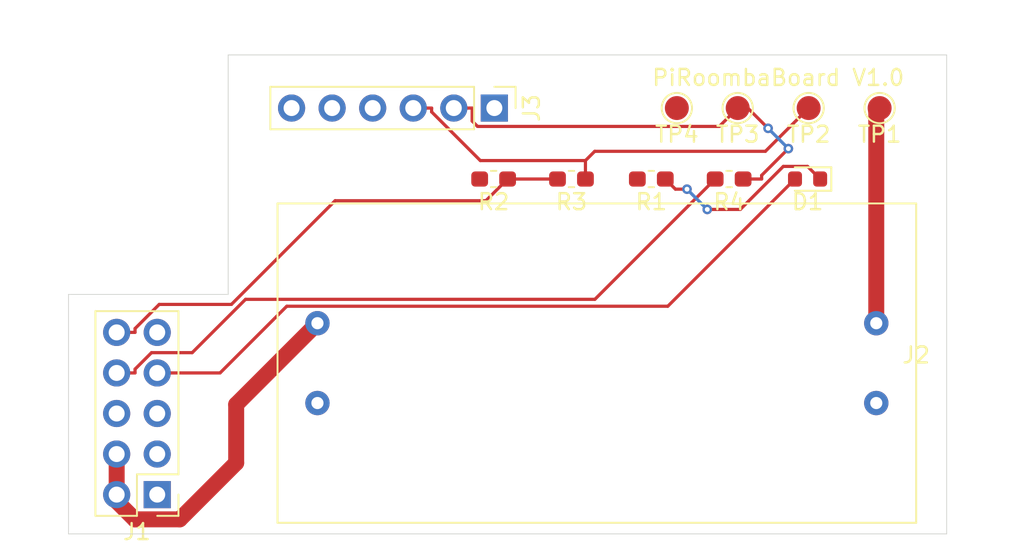
<source format=kicad_pcb>
(kicad_pcb (version 20171130) (host pcbnew "(5.1.4-0)")

  (general
    (thickness 1.6)
    (drawings 7)
    (tracks 58)
    (zones 0)
    (modules 12)
    (nets 16)
  )

  (page A4)
  (title_block
    (title PiRoombaBoard)
    (rev 1)
  )

  (layers
    (0 F.Cu signal)
    (31 B.Cu signal)
    (32 B.Adhes user)
    (33 F.Adhes user)
    (34 B.Paste user)
    (35 F.Paste user)
    (36 B.SilkS user)
    (37 F.SilkS user)
    (38 B.Mask user)
    (39 F.Mask user)
    (40 Dwgs.User user)
    (41 Cmts.User user)
    (42 Eco1.User user)
    (43 Eco2.User user)
    (44 Edge.Cuts user)
    (45 Margin user)
    (46 B.CrtYd user)
    (47 F.CrtYd user)
    (48 B.Fab user)
    (49 F.Fab user)
  )

  (setup
    (last_trace_width 0.4)
    (user_trace_width 0.2)
    (user_trace_width 0.4)
    (user_trace_width 0.6)
    (user_trace_width 0.8)
    (user_trace_width 1)
    (user_trace_width 1.2)
    (user_trace_width 1.6)
    (user_trace_width 2)
    (trace_clearance 0.2)
    (zone_clearance 0.35)
    (zone_45_only no)
    (trace_min 0.1524)
    (via_size 0.6)
    (via_drill 0.3)
    (via_min_size 0.5)
    (via_min_drill 0.2)
    (user_via 0.9 0.5)
    (user_via 1.2 0.8)
    (user_via 1.4 0.9)
    (user_via 1.5 1)
    (uvia_size 0.3)
    (uvia_drill 0.1)
    (uvias_allowed no)
    (uvia_min_size 0.2)
    (uvia_min_drill 0.1)
    (edge_width 0.05)
    (segment_width 0.2)
    (pcb_text_width 0.3)
    (pcb_text_size 1.5 1.5)
    (mod_edge_width 0.12)
    (mod_text_size 1 1)
    (mod_text_width 0.15)
    (pad_size 1.524 1.524)
    (pad_drill 0.762)
    (pad_to_mask_clearance 0.051)
    (solder_mask_min_width 0.25)
    (aux_axis_origin 50.8 152.4)
    (grid_origin 50.8 152.4)
    (visible_elements FFFDFF7F)
    (pcbplotparams
      (layerselection 0x010fc_ffffffff)
      (usegerberextensions false)
      (usegerberattributes false)
      (usegerberadvancedattributes false)
      (creategerberjobfile false)
      (excludeedgelayer true)
      (linewidth 0.100000)
      (plotframeref false)
      (viasonmask false)
      (mode 1)
      (useauxorigin false)
      (hpglpennumber 1)
      (hpglpenspeed 20)
      (hpglpendiameter 15.000000)
      (psnegative false)
      (psa4output false)
      (plotreference true)
      (plotvalue true)
      (plotinvisibletext false)
      (padsonsilk false)
      (subtractmaskfromsilk false)
      (outputformat 1)
      (mirror false)
      (drillshape 1)
      (scaleselection 1)
      (outputdirectory ""))
  )

  (net 0 "")
  (net 1 "Net-(D1-Pad1)")
  (net 2 "Net-(D1-Pad2)")
  (net 3 GND)
  (net 4 "Net-(J2-Pad2)")
  (net 5 "Net-(J3-Pad1)")
  (net 6 "Net-(J3-Pad2)")
  (net 7 "Net-(J3-Pad3)")
  (net 8 "Net-(J3-Pad4)")
  (net 9 "Net-(J3-Pad5)")
  (net 10 +5V)
  (net 11 "Net-(J1-Pad1)")
  (net 12 "Net-(J1-Pad3)")
  (net 13 "Net-(J1-Pad5)")
  (net 14 "Net-(J1-Pad8)")
  (net 15 "Net-(J1-Pad10)")

  (net_class Default "これはデフォルトのネット クラスです。"
    (clearance 0.2)
    (trace_width 0.2)
    (via_dia 0.6)
    (via_drill 0.3)
    (uvia_dia 0.3)
    (uvia_drill 0.1)
    (add_net +5V)
    (add_net GND)
    (add_net "Net-(D1-Pad1)")
    (add_net "Net-(D1-Pad2)")
    (add_net "Net-(J1-Pad1)")
    (add_net "Net-(J1-Pad10)")
    (add_net "Net-(J1-Pad3)")
    (add_net "Net-(J1-Pad5)")
    (add_net "Net-(J1-Pad8)")
    (add_net "Net-(J2-Pad2)")
    (add_net "Net-(J3-Pad1)")
    (add_net "Net-(J3-Pad2)")
    (add_net "Net-(J3-Pad3)")
    (add_net "Net-(J3-Pad4)")
    (add_net "Net-(J3-Pad5)")
  )

  (module LED_SMD:LED_0603_1608Metric (layer F.Cu) (tedit 5B301BBE) (tstamp 5D895CFF)
    (at 97.0875 130.175 180)
    (descr "LED SMD 0603 (1608 Metric), square (rectangular) end terminal, IPC_7351 nominal, (Body size source: http://www.tortai-tech.com/upload/download/2011102023233369053.pdf), generated with kicad-footprint-generator")
    (tags diode)
    (path /5D86E3A6)
    (attr smd)
    (fp_text reference D1 (at 0 -1.43) (layer F.SilkS)
      (effects (font (size 1 1) (thickness 0.15)))
    )
    (fp_text value OSHR1608C1A (at 0 1.43) (layer F.Fab)
      (effects (font (size 1 1) (thickness 0.15)))
    )
    (fp_line (start 0.8 -0.4) (end -0.5 -0.4) (layer F.Fab) (width 0.1))
    (fp_line (start -0.5 -0.4) (end -0.8 -0.1) (layer F.Fab) (width 0.1))
    (fp_line (start -0.8 -0.1) (end -0.8 0.4) (layer F.Fab) (width 0.1))
    (fp_line (start -0.8 0.4) (end 0.8 0.4) (layer F.Fab) (width 0.1))
    (fp_line (start 0.8 0.4) (end 0.8 -0.4) (layer F.Fab) (width 0.1))
    (fp_line (start 0.8 -0.735) (end -1.485 -0.735) (layer F.SilkS) (width 0.12))
    (fp_line (start -1.485 -0.735) (end -1.485 0.735) (layer F.SilkS) (width 0.12))
    (fp_line (start -1.485 0.735) (end 0.8 0.735) (layer F.SilkS) (width 0.12))
    (fp_line (start -1.48 0.73) (end -1.48 -0.73) (layer F.CrtYd) (width 0.05))
    (fp_line (start -1.48 -0.73) (end 1.48 -0.73) (layer F.CrtYd) (width 0.05))
    (fp_line (start 1.48 -0.73) (end 1.48 0.73) (layer F.CrtYd) (width 0.05))
    (fp_line (start 1.48 0.73) (end -1.48 0.73) (layer F.CrtYd) (width 0.05))
    (fp_text user %R (at 0 0) (layer F.Fab)
      (effects (font (size 0.4 0.4) (thickness 0.06)))
    )
    (pad 1 smd roundrect (at -0.7875 0 180) (size 0.875 0.95) (layers F.Cu F.Paste F.Mask) (roundrect_rratio 0.25)
      (net 1 "Net-(D1-Pad1)"))
    (pad 2 smd roundrect (at 0.7875 0 180) (size 0.875 0.95) (layers F.Cu F.Paste F.Mask) (roundrect_rratio 0.25)
      (net 2 "Net-(D1-Pad2)"))
    (model ${KISYS3DMOD}/LED_SMD.3dshapes/LED_0603_1608Metric.wrl
      (at (xyz 0 0 0))
      (scale (xyz 1 1 1))
      (rotate (xyz 0 0 0))
    )
  )

  (module Connector_PinHeader_2.54mm:PinHeader_2x05_P2.54mm_Vertical (layer F.Cu) (tedit 59FED5CC) (tstamp 5D895D1F)
    (at 56.355 149.94 180)
    (descr "Through hole straight pin header, 2x05, 2.54mm pitch, double rows")
    (tags "Through hole pin header THT 2x05 2.54mm double row")
    (path /5D885C18)
    (fp_text reference J1 (at 1.27 -2.33) (layer F.SilkS)
      (effects (font (size 1 1) (thickness 0.15)))
    )
    (fp_text value Conn_02x05_Odd_Even (at 1.27 12.49) (layer F.Fab)
      (effects (font (size 1 1) (thickness 0.15)))
    )
    (fp_line (start 0 -1.27) (end 3.81 -1.27) (layer F.Fab) (width 0.1))
    (fp_line (start 3.81 -1.27) (end 3.81 11.43) (layer F.Fab) (width 0.1))
    (fp_line (start 3.81 11.43) (end -1.27 11.43) (layer F.Fab) (width 0.1))
    (fp_line (start -1.27 11.43) (end -1.27 0) (layer F.Fab) (width 0.1))
    (fp_line (start -1.27 0) (end 0 -1.27) (layer F.Fab) (width 0.1))
    (fp_line (start -1.33 11.49) (end 3.87 11.49) (layer F.SilkS) (width 0.12))
    (fp_line (start -1.33 1.27) (end -1.33 11.49) (layer F.SilkS) (width 0.12))
    (fp_line (start 3.87 -1.33) (end 3.87 11.49) (layer F.SilkS) (width 0.12))
    (fp_line (start -1.33 1.27) (end 1.27 1.27) (layer F.SilkS) (width 0.12))
    (fp_line (start 1.27 1.27) (end 1.27 -1.33) (layer F.SilkS) (width 0.12))
    (fp_line (start 1.27 -1.33) (end 3.87 -1.33) (layer F.SilkS) (width 0.12))
    (fp_line (start -1.33 0) (end -1.33 -1.33) (layer F.SilkS) (width 0.12))
    (fp_line (start -1.33 -1.33) (end 0 -1.33) (layer F.SilkS) (width 0.12))
    (fp_line (start -1.8 -1.8) (end -1.8 11.95) (layer F.CrtYd) (width 0.05))
    (fp_line (start -1.8 11.95) (end 4.35 11.95) (layer F.CrtYd) (width 0.05))
    (fp_line (start 4.35 11.95) (end 4.35 -1.8) (layer F.CrtYd) (width 0.05))
    (fp_line (start 4.35 -1.8) (end -1.8 -1.8) (layer F.CrtYd) (width 0.05))
    (fp_text user %R (at 1.27 5.08 90) (layer F.Fab)
      (effects (font (size 1 1) (thickness 0.15)))
    )
    (pad 1 thru_hole rect (at 0 0 180) (size 1.7 1.7) (drill 1) (layers *.Cu *.Mask)
      (net 11 "Net-(J1-Pad1)"))
    (pad 2 thru_hole oval (at 2.54 0 180) (size 1.7 1.7) (drill 1) (layers *.Cu *.Mask)
      (net 10 +5V))
    (pad 3 thru_hole oval (at 0 2.54 180) (size 1.7 1.7) (drill 1) (layers *.Cu *.Mask)
      (net 12 "Net-(J1-Pad3)"))
    (pad 4 thru_hole oval (at 2.54 2.54 180) (size 1.7 1.7) (drill 1) (layers *.Cu *.Mask)
      (net 10 +5V))
    (pad 5 thru_hole oval (at 0 5.08 180) (size 1.7 1.7) (drill 1) (layers *.Cu *.Mask)
      (net 13 "Net-(J1-Pad5)"))
    (pad 6 thru_hole oval (at 2.54 5.08 180) (size 1.7 1.7) (drill 1) (layers *.Cu *.Mask)
      (net 3 GND))
    (pad 7 thru_hole oval (at 0 7.62 180) (size 1.7 1.7) (drill 1) (layers *.Cu *.Mask)
      (net 2 "Net-(D1-Pad2)"))
    (pad 8 thru_hole oval (at 2.54 7.62 180) (size 1.7 1.7) (drill 1) (layers *.Cu *.Mask)
      (net 14 "Net-(J1-Pad8)"))
    (pad 9 thru_hole oval (at 0 10.16 180) (size 1.7 1.7) (drill 1) (layers *.Cu *.Mask)
      (net 3 GND))
    (pad 10 thru_hole oval (at 2.54 10.16 180) (size 1.7 1.7) (drill 1) (layers *.Cu *.Mask)
      (net 15 "Net-(J1-Pad10)"))
    (model ${KISYS3DMOD}/Connector_PinHeader_2.54mm.3dshapes/PinHeader_2x05_P2.54mm_Vertical.wrl
      (at (xyz 0 0 0))
      (scale (xyz 1 1 1))
      (rotate (xyz 0 0 0))
    )
  )

  (module Connector_Pin:Pololu_D24V90F5 (layer F.Cu) (tedit 5D83AD10) (tstamp 5D895D2B)
    (at 103.89 141.705 180)
    (path /5D8328B2)
    (fp_text reference J2 (at 0 0.5) (layer F.SilkS)
      (effects (font (size 1 1) (thickness 0.15)))
    )
    (fp_text value Conn_01x04_Male (at 0 -0.5) (layer F.Fab)
      (effects (font (size 1 1) (thickness 0.15)))
    )
    (fp_line (start 0 -10) (end 0 10) (layer F.SilkS) (width 0.12))
    (fp_line (start 0 10) (end 40 10) (layer F.SilkS) (width 0.12))
    (fp_line (start 40 10) (end 40 -10) (layer F.SilkS) (width 0.12))
    (fp_line (start 40 -10) (end 0 -10) (layer F.SilkS) (width 0.12))
    (pad 1 thru_hole circle (at 2.5 -2.5 180) (size 1.524 1.524) (drill 0.762) (layers *.Cu *.Mask)
      (net 3 GND))
    (pad 2 thru_hole circle (at 2.5 2.5 180) (size 1.524 1.524) (drill 0.762) (layers *.Cu *.Mask)
      (net 4 "Net-(J2-Pad2)"))
    (pad 3 thru_hole circle (at 37.5 -2.5 180) (size 1.524 1.524) (drill 0.762) (layers *.Cu *.Mask)
      (net 3 GND))
    (pad 4 thru_hole circle (at 37.5 2.5 180) (size 1.524 1.524) (drill 0.762) (layers *.Cu *.Mask)
      (net 10 +5V))
  )

  (module Connector_PinHeader_2.54mm:PinHeader_1x06_P2.54mm_Vertical (layer F.Cu) (tedit 59FED5CC) (tstamp 5D895D45)
    (at 77.47 125.73 270)
    (descr "Through hole straight pin header, 1x06, 2.54mm pitch, single row")
    (tags "Through hole pin header THT 1x06 2.54mm single row")
    (path /5D829D90)
    (fp_text reference J3 (at 0 -2.33 90) (layer F.SilkS)
      (effects (font (size 1 1) (thickness 0.15)))
    )
    (fp_text value Conn_01x06_Male (at 0 15.03 90) (layer F.Fab)
      (effects (font (size 1 1) (thickness 0.15)))
    )
    (fp_line (start -0.635 -1.27) (end 1.27 -1.27) (layer F.Fab) (width 0.1))
    (fp_line (start 1.27 -1.27) (end 1.27 13.97) (layer F.Fab) (width 0.1))
    (fp_line (start 1.27 13.97) (end -1.27 13.97) (layer F.Fab) (width 0.1))
    (fp_line (start -1.27 13.97) (end -1.27 -0.635) (layer F.Fab) (width 0.1))
    (fp_line (start -1.27 -0.635) (end -0.635 -1.27) (layer F.Fab) (width 0.1))
    (fp_line (start -1.33 14.03) (end 1.33 14.03) (layer F.SilkS) (width 0.12))
    (fp_line (start -1.33 1.27) (end -1.33 14.03) (layer F.SilkS) (width 0.12))
    (fp_line (start 1.33 1.27) (end 1.33 14.03) (layer F.SilkS) (width 0.12))
    (fp_line (start -1.33 1.27) (end 1.33 1.27) (layer F.SilkS) (width 0.12))
    (fp_line (start -1.33 0) (end -1.33 -1.33) (layer F.SilkS) (width 0.12))
    (fp_line (start -1.33 -1.33) (end 0 -1.33) (layer F.SilkS) (width 0.12))
    (fp_line (start -1.8 -1.8) (end -1.8 14.5) (layer F.CrtYd) (width 0.05))
    (fp_line (start -1.8 14.5) (end 1.8 14.5) (layer F.CrtYd) (width 0.05))
    (fp_line (start 1.8 14.5) (end 1.8 -1.8) (layer F.CrtYd) (width 0.05))
    (fp_line (start 1.8 -1.8) (end -1.8 -1.8) (layer F.CrtYd) (width 0.05))
    (fp_text user %R (at 0 6.35) (layer F.Fab)
      (effects (font (size 1 1) (thickness 0.15)))
    )
    (pad 1 thru_hole rect (at 0 0 270) (size 1.7 1.7) (drill 1) (layers *.Cu *.Mask)
      (net 5 "Net-(J3-Pad1)"))
    (pad 2 thru_hole oval (at 0 2.54 270) (size 1.7 1.7) (drill 1) (layers *.Cu *.Mask)
      (net 6 "Net-(J3-Pad2)"))
    (pad 3 thru_hole oval (at 0 5.08 270) (size 1.7 1.7) (drill 1) (layers *.Cu *.Mask)
      (net 7 "Net-(J3-Pad3)"))
    (pad 4 thru_hole oval (at 0 7.62 270) (size 1.7 1.7) (drill 1) (layers *.Cu *.Mask)
      (net 8 "Net-(J3-Pad4)"))
    (pad 5 thru_hole oval (at 0 10.16 270) (size 1.7 1.7) (drill 1) (layers *.Cu *.Mask)
      (net 9 "Net-(J3-Pad5)"))
    (pad 6 thru_hole oval (at 0 12.7 270) (size 1.7 1.7) (drill 1) (layers *.Cu *.Mask)
      (net 3 GND))
    (model ${KISYS3DMOD}/Connector_PinHeader_2.54mm.3dshapes/PinHeader_1x06_P2.54mm_Vertical.wrl
      (at (xyz 0 0 0))
      (scale (xyz 1 1 1))
      (rotate (xyz 0 0 0))
    )
  )

  (module Resistor_SMD:R_0603_1608Metric_Pad1.05x0.95mm_HandSolder (layer F.Cu) (tedit 5B301BBD) (tstamp 5D895D56)
    (at 87.3 130.175 180)
    (descr "Resistor SMD 0603 (1608 Metric), square (rectangular) end terminal, IPC_7351 nominal with elongated pad for handsoldering. (Body size source: http://www.tortai-tech.com/upload/download/2011102023233369053.pdf), generated with kicad-footprint-generator")
    (tags "resistor handsolder")
    (path /5D86DD10)
    (attr smd)
    (fp_text reference R1 (at 0 -1.43) (layer F.SilkS)
      (effects (font (size 1 1) (thickness 0.15)))
    )
    (fp_text value 220 (at 0 1.43) (layer F.Fab)
      (effects (font (size 1 1) (thickness 0.15)))
    )
    (fp_text user %R (at 0 0) (layer F.Fab)
      (effects (font (size 0.4 0.4) (thickness 0.06)))
    )
    (fp_line (start 1.65 0.73) (end -1.65 0.73) (layer F.CrtYd) (width 0.05))
    (fp_line (start 1.65 -0.73) (end 1.65 0.73) (layer F.CrtYd) (width 0.05))
    (fp_line (start -1.65 -0.73) (end 1.65 -0.73) (layer F.CrtYd) (width 0.05))
    (fp_line (start -1.65 0.73) (end -1.65 -0.73) (layer F.CrtYd) (width 0.05))
    (fp_line (start -0.171267 0.51) (end 0.171267 0.51) (layer F.SilkS) (width 0.12))
    (fp_line (start -0.171267 -0.51) (end 0.171267 -0.51) (layer F.SilkS) (width 0.12))
    (fp_line (start 0.8 0.4) (end -0.8 0.4) (layer F.Fab) (width 0.1))
    (fp_line (start 0.8 -0.4) (end 0.8 0.4) (layer F.Fab) (width 0.1))
    (fp_line (start -0.8 -0.4) (end 0.8 -0.4) (layer F.Fab) (width 0.1))
    (fp_line (start -0.8 0.4) (end -0.8 -0.4) (layer F.Fab) (width 0.1))
    (pad 2 smd roundrect (at 0.875 0 180) (size 1.05 0.95) (layers F.Cu F.Paste F.Mask) (roundrect_rratio 0.25)
      (net 3 GND))
    (pad 1 smd roundrect (at -0.875 0 180) (size 1.05 0.95) (layers F.Cu F.Paste F.Mask) (roundrect_rratio 0.25)
      (net 1 "Net-(D1-Pad1)"))
    (model ${KISYS3DMOD}/Resistor_SMD.3dshapes/R_0603_1608Metric.wrl
      (at (xyz 0 0 0))
      (scale (xyz 1 1 1))
      (rotate (xyz 0 0 0))
    )
  )

  (module Resistor_SMD:R_0603_1608Metric_Pad1.05x0.95mm_HandSolder (layer F.Cu) (tedit 5B301BBD) (tstamp 5D895D67)
    (at 77.425 130.175 180)
    (descr "Resistor SMD 0603 (1608 Metric), square (rectangular) end terminal, IPC_7351 nominal with elongated pad for handsoldering. (Body size source: http://www.tortai-tech.com/upload/download/2011102023233369053.pdf), generated with kicad-footprint-generator")
    (tags "resistor handsolder")
    (path /5D820D1D)
    (attr smd)
    (fp_text reference R2 (at 0 -1.43) (layer F.SilkS)
      (effects (font (size 1 1) (thickness 0.15)))
    )
    (fp_text value 10k (at 0 1.43) (layer F.Fab)
      (effects (font (size 1 1) (thickness 0.15)))
    )
    (fp_text user %R (at 0 0) (layer F.Fab)
      (effects (font (size 0.4 0.4) (thickness 0.06)))
    )
    (fp_line (start 1.65 0.73) (end -1.65 0.73) (layer F.CrtYd) (width 0.05))
    (fp_line (start 1.65 -0.73) (end 1.65 0.73) (layer F.CrtYd) (width 0.05))
    (fp_line (start -1.65 -0.73) (end 1.65 -0.73) (layer F.CrtYd) (width 0.05))
    (fp_line (start -1.65 0.73) (end -1.65 -0.73) (layer F.CrtYd) (width 0.05))
    (fp_line (start -0.171267 0.51) (end 0.171267 0.51) (layer F.SilkS) (width 0.12))
    (fp_line (start -0.171267 -0.51) (end 0.171267 -0.51) (layer F.SilkS) (width 0.12))
    (fp_line (start 0.8 0.4) (end -0.8 0.4) (layer F.Fab) (width 0.1))
    (fp_line (start 0.8 -0.4) (end 0.8 0.4) (layer F.Fab) (width 0.1))
    (fp_line (start -0.8 -0.4) (end 0.8 -0.4) (layer F.Fab) (width 0.1))
    (fp_line (start -0.8 0.4) (end -0.8 -0.4) (layer F.Fab) (width 0.1))
    (pad 2 smd roundrect (at 0.875 0 180) (size 1.05 0.95) (layers F.Cu F.Paste F.Mask) (roundrect_rratio 0.25)
      (net 3 GND))
    (pad 1 smd roundrect (at -0.875 0 180) (size 1.05 0.95) (layers F.Cu F.Paste F.Mask) (roundrect_rratio 0.25)
      (net 15 "Net-(J1-Pad10)"))
    (model ${KISYS3DMOD}/Resistor_SMD.3dshapes/R_0603_1608Metric.wrl
      (at (xyz 0 0 0))
      (scale (xyz 1 1 1))
      (rotate (xyz 0 0 0))
    )
  )

  (module Resistor_SMD:R_0603_1608Metric_Pad1.05x0.95mm_HandSolder (layer F.Cu) (tedit 5B301BBD) (tstamp 5D895D78)
    (at 82.3 130.175 180)
    (descr "Resistor SMD 0603 (1608 Metric), square (rectangular) end terminal, IPC_7351 nominal with elongated pad for handsoldering. (Body size source: http://www.tortai-tech.com/upload/download/2011102023233369053.pdf), generated with kicad-footprint-generator")
    (tags "resistor handsolder")
    (path /5D81FCEB)
    (attr smd)
    (fp_text reference R3 (at 0 -1.43) (layer F.SilkS)
      (effects (font (size 1 1) (thickness 0.15)))
    )
    (fp_text value 10k (at 0 1.43) (layer F.Fab)
      (effects (font (size 1 1) (thickness 0.15)))
    )
    (fp_line (start -0.8 0.4) (end -0.8 -0.4) (layer F.Fab) (width 0.1))
    (fp_line (start -0.8 -0.4) (end 0.8 -0.4) (layer F.Fab) (width 0.1))
    (fp_line (start 0.8 -0.4) (end 0.8 0.4) (layer F.Fab) (width 0.1))
    (fp_line (start 0.8 0.4) (end -0.8 0.4) (layer F.Fab) (width 0.1))
    (fp_line (start -0.171267 -0.51) (end 0.171267 -0.51) (layer F.SilkS) (width 0.12))
    (fp_line (start -0.171267 0.51) (end 0.171267 0.51) (layer F.SilkS) (width 0.12))
    (fp_line (start -1.65 0.73) (end -1.65 -0.73) (layer F.CrtYd) (width 0.05))
    (fp_line (start -1.65 -0.73) (end 1.65 -0.73) (layer F.CrtYd) (width 0.05))
    (fp_line (start 1.65 -0.73) (end 1.65 0.73) (layer F.CrtYd) (width 0.05))
    (fp_line (start 1.65 0.73) (end -1.65 0.73) (layer F.CrtYd) (width 0.05))
    (fp_text user %R (at 0 0) (layer F.Fab)
      (effects (font (size 0.4 0.4) (thickness 0.06)))
    )
    (pad 1 smd roundrect (at -0.875 0 180) (size 1.05 0.95) (layers F.Cu F.Paste F.Mask) (roundrect_rratio 0.25)
      (net 7 "Net-(J3-Pad3)"))
    (pad 2 smd roundrect (at 0.875 0 180) (size 1.05 0.95) (layers F.Cu F.Paste F.Mask) (roundrect_rratio 0.25)
      (net 15 "Net-(J1-Pad10)"))
    (model ${KISYS3DMOD}/Resistor_SMD.3dshapes/R_0603_1608Metric.wrl
      (at (xyz 0 0 0))
      (scale (xyz 1 1 1))
      (rotate (xyz 0 0 0))
    )
  )

  (module Resistor_SMD:R_0603_1608Metric_Pad1.05x0.95mm_HandSolder (layer F.Cu) (tedit 5B301BBD) (tstamp 5D896486)
    (at 92.175 130.175 180)
    (descr "Resistor SMD 0603 (1608 Metric), square (rectangular) end terminal, IPC_7351 nominal with elongated pad for handsoldering. (Body size source: http://www.tortai-tech.com/upload/download/2011102023233369053.pdf), generated with kicad-footprint-generator")
    (tags "resistor handsolder")
    (path /5D826886)
    (attr smd)
    (fp_text reference R4 (at 0 -1.43) (layer F.SilkS)
      (effects (font (size 1 1) (thickness 0.15)))
    )
    (fp_text value 10k (at 0 1.43) (layer F.Fab)
      (effects (font (size 1 1) (thickness 0.15)))
    )
    (fp_line (start -0.8 0.4) (end -0.8 -0.4) (layer F.Fab) (width 0.1))
    (fp_line (start -0.8 -0.4) (end 0.8 -0.4) (layer F.Fab) (width 0.1))
    (fp_line (start 0.8 -0.4) (end 0.8 0.4) (layer F.Fab) (width 0.1))
    (fp_line (start 0.8 0.4) (end -0.8 0.4) (layer F.Fab) (width 0.1))
    (fp_line (start -0.171267 -0.51) (end 0.171267 -0.51) (layer F.SilkS) (width 0.12))
    (fp_line (start -0.171267 0.51) (end 0.171267 0.51) (layer F.SilkS) (width 0.12))
    (fp_line (start -1.65 0.73) (end -1.65 -0.73) (layer F.CrtYd) (width 0.05))
    (fp_line (start -1.65 -0.73) (end 1.65 -0.73) (layer F.CrtYd) (width 0.05))
    (fp_line (start 1.65 -0.73) (end 1.65 0.73) (layer F.CrtYd) (width 0.05))
    (fp_line (start 1.65 0.73) (end -1.65 0.73) (layer F.CrtYd) (width 0.05))
    (fp_text user %R (at 0 0) (layer F.Fab)
      (effects (font (size 0.4 0.4) (thickness 0.06)))
    )
    (pad 1 smd roundrect (at -0.875 0 180) (size 1.05 0.95) (layers F.Cu F.Paste F.Mask) (roundrect_rratio 0.25)
      (net 6 "Net-(J3-Pad2)"))
    (pad 2 smd roundrect (at 0.875 0 180) (size 1.05 0.95) (layers F.Cu F.Paste F.Mask) (roundrect_rratio 0.25)
      (net 14 "Net-(J1-Pad8)"))
    (model ${KISYS3DMOD}/Resistor_SMD.3dshapes/R_0603_1608Metric.wrl
      (at (xyz 0 0 0))
      (scale (xyz 1 1 1))
      (rotate (xyz 0 0 0))
    )
  )

  (module TestPoint:TestPoint_Pad_D1.5mm (layer F.Cu) (tedit 5A0F774F) (tstamp 5D895D91)
    (at 101.6 125.73 180)
    (descr "SMD pad as test Point, diameter 1.5mm")
    (tags "test point SMD pad")
    (path /5D830B06)
    (attr virtual)
    (fp_text reference TP1 (at 0 -1.648) (layer F.SilkS)
      (effects (font (size 1 1) (thickness 0.15)))
    )
    (fp_text value PWR (at 0 1.75) (layer F.Fab)
      (effects (font (size 1 1) (thickness 0.15)))
    )
    (fp_circle (center 0 0) (end 0 0.95) (layer F.SilkS) (width 0.12))
    (fp_circle (center 0 0) (end 1.25 0) (layer F.CrtYd) (width 0.05))
    (fp_text user %R (at 0 -1.65) (layer F.Fab)
      (effects (font (size 1 1) (thickness 0.15)))
    )
    (pad 1 smd circle (at 0 0 180) (size 1.5 1.5) (layers F.Cu F.Mask)
      (net 4 "Net-(J2-Pad2)"))
  )

  (module TestPoint:TestPoint_Pad_D1.5mm (layer F.Cu) (tedit 5A0F774F) (tstamp 5D895D99)
    (at 97.155 125.73 180)
    (descr "SMD pad as test Point, diameter 1.5mm")
    (tags "test point SMD pad")
    (path /5D82EAC3)
    (attr virtual)
    (fp_text reference TP2 (at 0 -1.648) (layer F.SilkS)
      (effects (font (size 1 1) (thickness 0.15)))
    )
    (fp_text value TX (at 0 1.75) (layer F.Fab)
      (effects (font (size 1 1) (thickness 0.15)))
    )
    (fp_text user %R (at 0 -1.65) (layer F.Fab)
      (effects (font (size 1 1) (thickness 0.15)))
    )
    (fp_circle (center 0 0) (end 1.25 0) (layer F.CrtYd) (width 0.05))
    (fp_circle (center 0 0) (end 0 0.95) (layer F.SilkS) (width 0.12))
    (pad 1 smd circle (at 0 0 180) (size 1.5 1.5) (layers F.Cu F.Mask)
      (net 7 "Net-(J3-Pad3)"))
  )

  (module TestPoint:TestPoint_Pad_D1.5mm (layer F.Cu) (tedit 5A0F774F) (tstamp 5D895DA1)
    (at 92.71 125.73 180)
    (descr "SMD pad as test Point, diameter 1.5mm")
    (tags "test point SMD pad")
    (path /5D82FB6B)
    (attr virtual)
    (fp_text reference TP3 (at 0 -1.648) (layer F.SilkS)
      (effects (font (size 1 1) (thickness 0.15)))
    )
    (fp_text value RX (at 0 1.75) (layer F.Fab)
      (effects (font (size 1 1) (thickness 0.15)))
    )
    (fp_circle (center 0 0) (end 0 0.95) (layer F.SilkS) (width 0.12))
    (fp_circle (center 0 0) (end 1.25 0) (layer F.CrtYd) (width 0.05))
    (fp_text user %R (at 0 -1.65) (layer F.Fab)
      (effects (font (size 1 1) (thickness 0.15)))
    )
    (pad 1 smd circle (at 0 0 180) (size 1.5 1.5) (layers F.Cu F.Mask)
      (net 6 "Net-(J3-Pad2)"))
  )

  (module TestPoint:TestPoint_Pad_D1.5mm (layer F.Cu) (tedit 5A0F774F) (tstamp 5D895DA9)
    (at 88.9 125.73 180)
    (descr "SMD pad as test Point, diameter 1.5mm")
    (tags "test point SMD pad")
    (path /5D8300D7)
    (attr virtual)
    (fp_text reference TP4 (at 0 -1.648) (layer F.SilkS)
      (effects (font (size 1 1) (thickness 0.15)))
    )
    (fp_text value GND (at 0 1.75) (layer F.Fab)
      (effects (font (size 1 1) (thickness 0.15)))
    )
    (fp_text user %R (at 0 -1.65) (layer F.Fab)
      (effects (font (size 1 1) (thickness 0.15)))
    )
    (fp_circle (center 0 0) (end 1.25 0) (layer F.CrtYd) (width 0.05))
    (fp_circle (center 0 0) (end 0 0.95) (layer F.SilkS) (width 0.12))
    (pad 1 smd circle (at 0 0 180) (size 1.5 1.5) (layers F.Cu F.Mask)
      (net 3 GND))
  )

  (gr_text "PiRoombaBoard V1.0" (at 95.25 123.825) (layer F.SilkS)
    (effects (font (size 1 1) (thickness 0.15)))
  )
  (gr_line (start 50.8 152.4) (end 105.8 152.4) (layer Edge.Cuts) (width 0.05))
  (gr_line (start 50.8 137.4) (end 50.8 152.4) (layer Edge.Cuts) (width 0.05) (tstamp 5D88CEE3))
  (gr_line (start 60.8 137.4) (end 50.8 137.4) (layer Edge.Cuts) (width 0.05))
  (gr_line (start 60.8 122.4) (end 60.8 137.4) (layer Edge.Cuts) (width 0.05))
  (gr_line (start 105.8 122.4) (end 60.8 122.4) (layer Edge.Cuts) (width 0.05))
  (gr_line (start 105.8 152.4) (end 105.8 122.4) (layer Edge.Cuts) (width 0.05))

  (segment (start 95.5678 129.3836) (end 97.0836 129.3836) (width 0.2) (layer F.Cu) (net 1))
  (segment (start 97.0836 129.3836) (end 97.875 130.175) (width 0.2) (layer F.Cu) (net 1) (status 20))
  (segment (start 95.5678 129.3836) (end 92.8714 132.08) (width 0.2) (layer F.Cu) (net 1))
  (segment (start 92.8714 132.08) (end 90.805 132.08) (width 0.2) (layer F.Cu) (net 1))
  (via (at 90.805 132.08) (size 0.6) (drill 0.3) (layers F.Cu B.Cu) (net 1))
  (segment (start 90.805 132.08) (end 89.535 130.81) (width 0.2) (layer B.Cu) (net 1))
  (via (at 89.535 130.81) (size 0.6) (drill 0.3) (layers F.Cu B.Cu) (net 1))
  (segment (start 88.81 130.81) (end 88.175 130.175) (width 0.2) (layer F.Cu) (net 1) (status 20))
  (segment (start 89.535 130.81) (end 88.81 130.81) (width 0.2) (layer F.Cu) (net 1))
  (segment (start 56.355 142.32) (end 60.2898 142.32) (width 0.2) (layer F.Cu) (net 2) (status 10))
  (segment (start 60.2898 142.32) (end 64.4671 138.1427) (width 0.2) (layer F.Cu) (net 2))
  (segment (start 64.4671 138.1427) (end 88.3323 138.1427) (width 0.2) (layer F.Cu) (net 2))
  (segment (start 88.3323 138.1427) (end 96.3 130.175) (width 0.2) (layer F.Cu) (net 2) (status 20))
  (segment (start 101.39 139.205) (end 101.39 125.94) (width 1) (layer F.Cu) (net 4) (status 30))
  (segment (start 101.39 125.94) (end 101.6 125.73) (width 1) (layer F.Cu) (net 4) (status 30))
  (segment (start 94.2101 130.175) (end 93.05 130.175) (width 0.2) (layer F.Cu) (net 6) (status 20))
  (segment (start 76.0803 125.73) (end 76.0803 126.5435) (width 0.2) (layer F.Cu) (net 6))
  (segment (start 76.0803 126.5435) (end 76.4172 126.8804) (width 0.2) (layer F.Cu) (net 6))
  (segment (start 76.4172 126.8804) (end 91.5596 126.8804) (width 0.2) (layer F.Cu) (net 6))
  (segment (start 91.5596 126.8804) (end 92.71 125.73) (width 0.2) (layer F.Cu) (net 6) (status 20))
  (segment (start 74.93 125.73) (end 76.0803 125.73) (width 0.2) (layer F.Cu) (net 6) (status 10))
  (segment (start 94.2101 130.175) (end 94.2101 129.9449) (width 0.2) (layer F.Cu) (net 6))
  (via (at 95.885 128.27) (size 0.6) (drill 0.3) (layers F.Cu B.Cu) (net 6))
  (segment (start 94.2101 129.9449) (end 95.885 128.27) (width 0.2) (layer F.Cu) (net 6))
  (via (at 94.615 127) (size 0.6) (drill 0.3) (layers F.Cu B.Cu) (net 6))
  (segment (start 95.885 128.27) (end 94.615 127) (width 0.2) (layer B.Cu) (net 6))
  (segment (start 93.345 125.73) (end 92.71 125.73) (width 0.2) (layer F.Cu) (net 6) (status 30))
  (segment (start 94.615 127) (end 93.345 125.73) (width 0.2) (layer F.Cu) (net 6) (status 20))
  (segment (start 83.175 129.0192) (end 76.5911 129.0192) (width 0.2) (layer F.Cu) (net 7))
  (segment (start 76.5911 129.0192) (end 73.5403 125.9684) (width 0.2) (layer F.Cu) (net 7))
  (segment (start 73.5403 125.9684) (end 73.5403 125.73) (width 0.2) (layer F.Cu) (net 7))
  (segment (start 97.155 125.73) (end 94.4455 128.4395) (width 0.2) (layer F.Cu) (net 7) (status 10))
  (segment (start 94.4455 128.4395) (end 83.7547 128.4395) (width 0.2) (layer F.Cu) (net 7))
  (segment (start 83.7547 128.4395) (end 83.175 129.0192) (width 0.2) (layer F.Cu) (net 7))
  (segment (start 83.175 129.0192) (end 83.175 130.175) (width 0.2) (layer F.Cu) (net 7) (status 20))
  (segment (start 72.39 125.73) (end 73.5403 125.73) (width 0.2) (layer F.Cu) (net 7) (status 10))
  (segment (start 53.815 149.94) (end 53.815 150.36) (width 1) (layer F.Cu) (net 10) (status 30))
  (segment (start 53.815 150.36) (end 54.945 151.49) (width 1) (layer F.Cu) (net 10) (status 10))
  (segment (start 54.945 151.49) (end 57.765 151.49) (width 1) (layer F.Cu) (net 10))
  (segment (start 57.765 151.49) (end 61.3 147.955) (width 1) (layer F.Cu) (net 10))
  (segment (start 61.3 147.955) (end 61.3 144.295) (width 1) (layer F.Cu) (net 10))
  (segment (start 61.3 144.295) (end 66.39 139.205) (width 1) (layer F.Cu) (net 10) (status 20))
  (segment (start 53.815 147.4) (end 53.815 149.94) (width 1) (layer F.Cu) (net 10) (status 30))
  (segment (start 53.815 142.32) (end 54.9653 142.32) (width 0.2) (layer F.Cu) (net 14) (status 10))
  (segment (start 91.3 130.175) (end 83.7646 137.7104) (width 0.2) (layer F.Cu) (net 14) (status 10))
  (segment (start 83.7646 137.7104) (end 61.8857 137.7104) (width 0.2) (layer F.Cu) (net 14))
  (segment (start 61.8857 137.7104) (end 58.5461 141.05) (width 0.2) (layer F.Cu) (net 14))
  (segment (start 58.5461 141.05) (end 55.9969 141.05) (width 0.2) (layer F.Cu) (net 14))
  (segment (start 55.9969 141.05) (end 54.9653 142.0816) (width 0.2) (layer F.Cu) (net 14))
  (segment (start 54.9653 142.0816) (end 54.9653 142.32) (width 0.2) (layer F.Cu) (net 14))
  (segment (start 78.3 130.175) (end 76.9416 131.5334) (width 0.2) (layer F.Cu) (net 15) (status 10))
  (segment (start 76.9416 131.5334) (end 67.4964 131.5334) (width 0.2) (layer F.Cu) (net 15))
  (segment (start 67.4964 131.5334) (end 61.0015 138.0283) (width 0.2) (layer F.Cu) (net 15))
  (segment (start 61.0015 138.0283) (end 56.4786 138.0283) (width 0.2) (layer F.Cu) (net 15))
  (segment (start 56.4786 138.0283) (end 54.9653 139.5416) (width 0.2) (layer F.Cu) (net 15))
  (segment (start 54.9653 139.5416) (end 54.9653 139.78) (width 0.2) (layer F.Cu) (net 15))
  (segment (start 53.815 139.78) (end 54.9653 139.78) (width 0.2) (layer F.Cu) (net 15) (status 10))
  (segment (start 81.425 130.175) (end 78.3 130.175) (width 0.2) (layer F.Cu) (net 15) (status 30))

  (zone (net 3) (net_name GND) (layer B.Cu) (tstamp 5D896638) (hatch edge 0.508)
    (connect_pads (clearance 0.35))
    (min_thickness 0.254)
    (fill (arc_segments 32) (thermal_gap 0.508) (thermal_bridge_width 0.508))
    (polygon
      (pts
        (xy 51.3 151.9) (xy 105.3 151.9) (xy 105.3 122.9) (xy 61.3 122.9) (xy 61.3 137.9)
        (xy 51.3 137.9)
      )
    )
  )
  (zone (net 3) (net_name GND) (layer F.Cu) (tstamp 5D896635) (hatch edge 0.508)
    (connect_pads (clearance 0.35))
    (min_thickness 0.254)
    (fill (arc_segments 32) (thermal_gap 0.508) (thermal_bridge_width 0.508))
    (polygon
      (pts
        (xy 51.3 151.9) (xy 105.3 151.9) (xy 105.3 122.9) (xy 61.3 122.9) (xy 61.3 137.9)
        (xy 51.3 137.9)
      )
    )
  )
)

</source>
